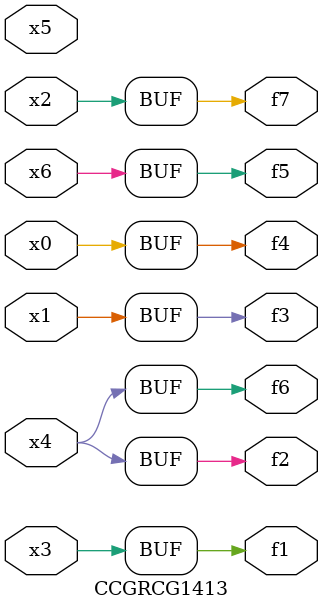
<source format=v>
module CCGRCG1413(
	input x0, x1, x2, x3, x4, x5, x6,
	output f1, f2, f3, f4, f5, f6, f7
);
	assign f1 = x3;
	assign f2 = x4;
	assign f3 = x1;
	assign f4 = x0;
	assign f5 = x6;
	assign f6 = x4;
	assign f7 = x2;
endmodule

</source>
